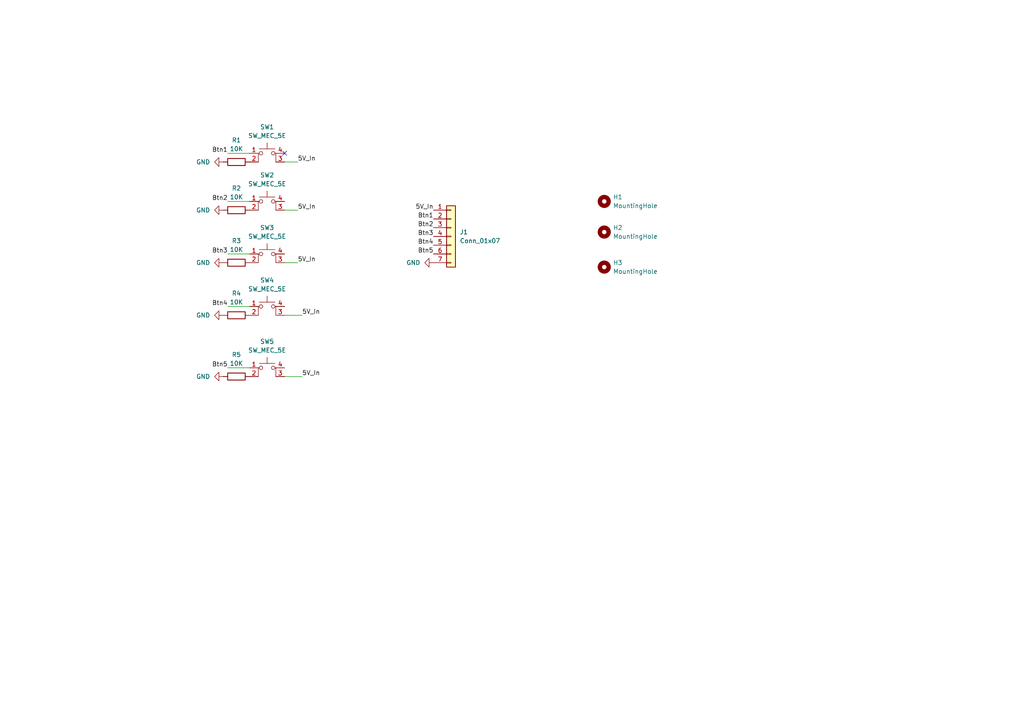
<source format=kicad_sch>
(kicad_sch (version 20250114) (generator "eeschema") (generator_version "9.0")
  (paper "A4")
  (lib_symbols
    (symbol "Connector_Generic:Conn_01x07" (pin_names (offset 1.016) (hide yes))
      (property "Reference" "J" (at 0 10.16 0))
      (property "Value" "Conn_01x07" (at 0 -10.16 0))
      (symbol "Conn_01x07_1_1"
        (rectangle (start -1.27 8.89) (end 1.27 -8.89) (stroke (width 0.254)) (fill (type background)))
        (rectangle (start -1.27 7.747) (end 0 7.493) (stroke (width 0.1524)))
        (rectangle (start -1.27 5.207) (end 0 4.953) (stroke (width 0.1524)))
        (rectangle (start -1.27 2.667) (end 0 2.413) (stroke (width 0.1524)))
        (rectangle (start -1.27 0.127) (end 0 -0.127) (stroke (width 0.1524)))
        (rectangle (start -1.27 -2.413) (end 0 -2.667) (stroke (width 0.1524)))
        (rectangle (start -1.27 -4.953) (end 0 -5.207) (stroke (width 0.1524)))
        (rectangle (start -1.27 -7.493) (end 0 -7.747) (stroke (width 0.1524)))
        (pin passive line (at -5.08 7.62 0) (length 3.81) (name "Pin_1") (number "1"))
        (pin passive line (at -5.08 5.08 0) (length 3.81) (name "Pin_2") (number "2"))
        (pin passive line (at -5.08 2.54 0) (length 3.81) (name "Pin_3") (number "3"))
        (pin passive line (at -5.08 0 0) (length 3.81) (name "Pin_4") (number "4"))
        (pin passive line (at -5.08 -2.54 0) (length 3.81) (name "Pin_5") (number "5"))
        (pin passive line (at -5.08 -5.08 0) (length 3.81) (name "Pin_6") (number "6"))
        (pin passive line (at -5.08 -7.62 0) (length 3.81) (name "Pin_7") (number "7"))
      )
    )
    (symbol "Device:R" (pin_numbers (hide yes)) (pin_names (offset 0))
      (property "Reference" "R" (at 2.032 0 90))
      (property "Value" "R" (at 0 0 90))
      (symbol "R_0_1"
        (rectangle (start -1.016 -2.54) (end 1.016 2.54) (stroke (width 0.254)))
      )
      (symbol "R_1_1"
        (pin passive line (at 0 3.81 270) (length 1.27) (name "~") (number "1"))
        (pin passive line (at 0 -3.81 90) (length 1.27) (name "~") (number "2"))
      )
    )
    (symbol "Mechanical:MountingHole" (pin_names (offset 1.016)) (in_bom no)
      (property "Reference" "H" (at 0 5.08 0))
      (property "Value" "MountingHole" (at 0 3.175 0))
      (symbol "MountingHole_0_1"
        (circle (center 0 0) (radius 1.27) (stroke (width 1.27)))
      )
    )
    (symbol "Switch:SW_MEC_5E" (pin_names (offset 1.016) (hide yes))
      (property "Reference" "SW" (at 0.635 5.715 0))
      (property "Value" "SW_MEC_5E" (at 0 -3.175 0))
      (symbol "SW_MEC_5E_0_1"
        (polyline (pts (xy -2.54 0) (xy -2.54 2.54) (xy -2.286 2.54)))
        (polyline (pts (xy -2.286 3.81) (xy 2.286 3.81)))
        (circle (center -1.778 2.54) (radius 0.508))
        (polyline (pts (xy 0 3.81) (xy 0 5.588)))
        (circle (center 1.778 2.54) (radius 0.508))
        (polyline (pts (xy 2.54 0) (xy 2.54 2.54) (xy 2.286 2.54)))
        (pin passive line (at -5.08 2.54 0) (length 2.54) (name "1") (number "1"))
        (pin passive line (at -5.08 0 0) (length 2.54) (name "2") (number "2"))
        (pin passive line (at 5.08 2.54 180) (length 2.54) (name "A") (number "4"))
        (pin passive line (at 5.08 0 180) (length 2.54) (name "K") (number "3"))
      )
    )
    (symbol "power:GND" (power) (pin_numbers (hide yes)) (pin_names (offset 0) (hide yes))
      (property "Value" "GND" (at 0 -3.81 0))
      (symbol "GND_0_1"
        (polyline (pts (xy 0 0) (xy 0 -1.27) (xy 1.27 -1.27) (xy 0 -2.54) (xy -1.27 -1.27) (xy 0 -1.27)))
      )
      (symbol "GND_1_1"
        (pin power_in line (at 0 0 270) (length 0) (name "~") (number "1"))
      )
    )
  )
  (no_connect (at 82.55 44.45))
  (wire (pts (xy 66.04 88.9) (xy 72.39 88.9)))
  (wire (pts (xy 87.63 91.44) (xy 82.55 91.44)))
  (wire (pts (xy 86.36 60.96) (xy 82.55 60.96)))
  (wire (pts (xy 66.04 106.68) (xy 72.39 106.68)))
  (wire (pts (xy 86.36 46.99) (xy 82.55 46.99)))
  (wire (pts (xy 87.63 109.22) (xy 82.55 109.22)))
  (wire (pts (xy 66.04 44.45) (xy 72.39 44.45)))
  (wire (pts (xy 66.04 73.66) (xy 72.39 73.66)))
  (wire (pts (xy 86.36 76.2) (xy 82.55 76.2)))
  (wire (pts (xy 66.04 58.42) (xy 72.39 58.42)))
  (label "Btn2" (at 125.73 66.04 180))
  (label "5V_In" (at 86.36 60.96 0))
  (label "Btn3" (at 66.04 73.66 180))
  (label "5V_In" (at 86.36 76.2 0))
  (label "Btn1" (at 66.04 44.45 180))
  (label "Btn2" (at 66.04 58.42 180))
  (label "Btn5" (at 125.73 73.66 180))
  (label "5V_In" (at 87.63 109.22 0))
  (label "Btn4" (at 125.73 71.12 180))
  (label "Btn1" (at 125.73 63.5 180))
  (label "Btn5" (at 66.04 106.68 180))
  (label "Btn3" (at 125.73 68.58 180))
  (label "5V_In" (at 86.36 46.99 0))
  (label "5V_In" (at 125.73 60.96 180))
  (label "5V_In" (at 87.63 91.44 0))
  (label "Btn4" (at 66.04 88.9 180))
  (symbol (lib_id "Switch:SW_MEC_5E") (at 77.47 76.2 0) (unit 1)
    (property "Reference" "SW3" (at 77.47 66.04 0))
    (property "Value" "SW_MEC_5E" (at 77.47 68.58 0))
    (property "Datasheet" "http://www.apem.com/int/index.php?controller=attachment&id_attachment=1371" (effects (hide yes)))
    (property "Description" "MEC 5E single pole normally-open tactile switch" (effects (hide yes)))
  )
  (symbol (lib_id "power:GND") (at 64.77 46.99 270) (unit 1)
    (property "Reference" "#PWR023" (effects (hide yes)))
    (property "Value" "GND" (at 60.96 46.9901 90) (effects (justify right)))
    (property "Description" "Power symbol creates a global label with name \"GND\" , ground" (effects (hide yes)))
  )
  (symbol (lib_id "Switch:SW_MEC_5E") (at 77.47 46.99 0) (unit 1)
    (property "Reference" "SW1" (at 77.47 36.83 0))
    (property "Value" "SW_MEC_5E" (at 77.47 39.37 0))
    (property "Datasheet" "http://www.apem.com/int/index.php?controller=attachment&id_attachment=1371" (effects (hide yes)))
    (property "Description" "MEC 5E single pole normally-open tactile switch" (effects (hide yes)))
  )
  (symbol (lib_id "Connector_Generic:Conn_01x07") (at 130.81 68.58 0) (unit 1)
    (property "Reference" "J1" (at 133.35 67.3099 0) (effects (justify left)))
    (property "Value" "Conn_01x07" (at 133.35 69.8499 0) (effects (justify left)))
    (property "Description" "Generic connector, single row, 01x07, script generated (kicad-library-utils/schlib/autogen/connector/)" (effects (hide yes)))
  )
  (symbol (lib_id "Device:R") (at 68.58 76.2 270) (unit 1)
    (property "Reference" "R3" (at 68.58 69.85 90))
    (property "Value" "10K" (at 68.58 72.39 90))
    (property "Description" "Resistor" (effects (hide yes)))
  )
  (symbol (lib_id "power:GND") (at 64.77 109.22 270) (unit 1)
    (property "Reference" "#PWR05" (effects (hide yes)))
    (property "Value" "GND" (at 60.96 109.2201 90) (effects (justify right)))
    (property "Description" "Power symbol creates a global label with name \"GND\" , ground" (effects (hide yes)))
  )
  (symbol (lib_id "Mechanical:MountingHole") (at 175.26 67.31 0) (unit 1) (in_bom no)
    (property "Reference" "H2" (at 177.8 66.0399 0) (effects (justify left)))
    (property "Value" "MountingHole" (at 177.8 68.5799 0) (effects (justify left)))
    (property "Description" "Mounting Hole without connection" (effects (hide yes)))
  )
  (symbol (lib_id "Device:R") (at 68.58 109.22 270) (unit 1)
    (property "Reference" "R5" (at 68.58 102.87 90))
    (property "Value" "10K" (at 68.58 105.41 90))
    (property "Description" "Resistor" (effects (hide yes)))
  )
  (symbol (lib_id "Device:R") (at 68.58 60.96 270) (unit 1)
    (property "Reference" "R2" (at 68.58 54.61 90))
    (property "Value" "10K" (at 68.58 57.15 90))
    (property "Description" "Resistor" (effects (hide yes)))
  )
  (symbol (lib_id "Mechanical:MountingHole") (at 175.26 77.47 0) (unit 1) (in_bom no)
    (property "Reference" "H3" (at 177.8 76.1999 0) (effects (justify left)))
    (property "Value" "MountingHole" (at 177.8 78.7399 0) (effects (justify left)))
    (property "Description" "Mounting Hole without connection" (effects (hide yes)))
  )
  (symbol (lib_id "power:GND") (at 64.77 76.2 270) (unit 1)
    (property "Reference" "#PWR03" (effects (hide yes)))
    (property "Value" "GND" (at 60.96 76.2001 90) (effects (justify right)))
    (property "Description" "Power symbol creates a global label with name \"GND\" , ground" (effects (hide yes)))
  )
  (symbol (lib_id "power:GND") (at 64.77 60.96 270) (unit 1)
    (property "Reference" "#PWR02" (effects (hide yes)))
    (property "Value" "GND" (at 60.96 60.9601 90) (effects (justify right)))
    (property "Description" "Power symbol creates a global label with name \"GND\" , ground" (effects (hide yes)))
  )
  (symbol (lib_id "Device:R") (at 68.58 91.44 270) (unit 1)
    (property "Reference" "R4" (at 68.58 85.09 90))
    (property "Value" "10K" (at 68.58 87.63 90))
    (property "Description" "Resistor" (effects (hide yes)))
  )
  (symbol (lib_id "Switch:SW_MEC_5E") (at 77.47 109.22 0) (unit 1)
    (property "Reference" "SW5" (at 77.47 99.06 0))
    (property "Value" "SW_MEC_5E" (at 77.47 101.6 0))
    (property "Datasheet" "http://www.apem.com/int/index.php?controller=attachment&id_attachment=1371" (effects (hide yes)))
    (property "Description" "MEC 5E single pole normally-open tactile switch" (effects (hide yes)))
  )
  (symbol (lib_id "power:GND") (at 64.77 91.44 270) (unit 1)
    (property "Reference" "#PWR04" (effects (hide yes)))
    (property "Value" "GND" (at 60.96 91.4401 90) (effects (justify right)))
    (property "Description" "Power symbol creates a global label with name \"GND\" , ground" (effects (hide yes)))
  )
  (symbol (lib_id "Mechanical:MountingHole") (at 175.26 58.42 0) (unit 1) (in_bom no)
    (property "Reference" "H1" (at 177.8 57.1499 0) (effects (justify left)))
    (property "Value" "MountingHole" (at 177.8 59.6899 0) (effects (justify left)))
    (property "Description" "Mounting Hole without connection" (effects (hide yes)))
  )
  (symbol (lib_id "Device:R") (at 68.58 46.99 270) (unit 1)
    (property "Reference" "R1" (at 68.58 40.64 90))
    (property "Value" "10K" (at 68.58 43.18 90))
    (property "Description" "Resistor" (effects (hide yes)))
  )
  (symbol (lib_id "Switch:SW_MEC_5E") (at 77.47 60.96 0) (unit 1)
    (property "Reference" "SW2" (at 77.47 50.8 0))
    (property "Value" "SW_MEC_5E" (at 77.47 53.34 0))
    (property "Datasheet" "http://www.apem.com/int/index.php?controller=attachment&id_attachment=1371" (effects (hide yes)))
    (property "Description" "MEC 5E single pole normally-open tactile switch" (effects (hide yes)))
  )
  (symbol (lib_id "power:GND") (at 125.73 76.2 270) (unit 1)
    (property "Reference" "#PWR01" (effects (hide yes)))
    (property "Value" "GND" (at 121.92 76.1999 90) (effects (justify right)))
    (property "Description" "Power symbol creates a global label with name \"GND\" , ground" (effects (hide yes)))
  )
  (symbol (lib_id "Switch:SW_MEC_5E") (at 77.47 91.44 0) (unit 1)
    (property "Reference" "SW4" (at 77.47 81.28 0))
    (property "Value" "SW_MEC_5E" (at 77.47 83.82 0))
    (property "Datasheet" "http://www.apem.com/int/index.php?controller=attachment&id_attachment=1371" (effects (hide yes)))
    (property "Description" "MEC 5E single pole normally-open tactile switch" (effects (hide yes)))
  )
)
</source>
